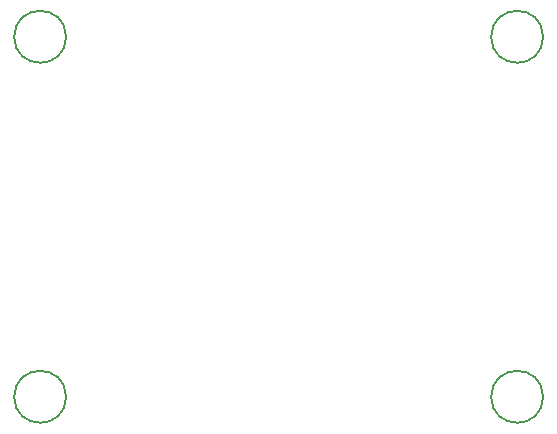
<source format=gbr>
%TF.GenerationSoftware,KiCad,Pcbnew,(6.0.2)*%
%TF.CreationDate,2023-09-05T21:11:47-07:00*%
%TF.ProjectId,parabolic_microphone,70617261-626f-46c6-9963-5f6d6963726f,rev?*%
%TF.SameCoordinates,Original*%
%TF.FileFunction,Other,Comment*%
%FSLAX46Y46*%
G04 Gerber Fmt 4.6, Leading zero omitted, Abs format (unit mm)*
G04 Created by KiCad (PCBNEW (6.0.2)) date 2023-09-05 21:11:47*
%MOMM*%
%LPD*%
G01*
G04 APERTURE LIST*
%ADD10C,0.150000*%
G04 APERTURE END LIST*
D10*
%TO.C,H2*%
X113579000Y-36830000D02*
G75*
G03*
X113579000Y-36830000I-2200000J0D01*
G01*
%TO.C,H4*%
X73193000Y-36830000D02*
G75*
G03*
X73193000Y-36830000I-2200000J0D01*
G01*
%TO.C,H1*%
X113579000Y-67310000D02*
G75*
G03*
X113579000Y-67310000I-2200000J0D01*
G01*
%TO.C,H3*%
X73193000Y-67310000D02*
G75*
G03*
X73193000Y-67310000I-2200000J0D01*
G01*
%TD*%
M02*

</source>
